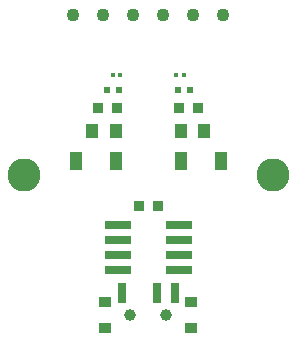
<source format=gts>
G75*
%MOIN*%
%OFA0B0*%
%FSLAX24Y24*%
%IPPOS*%
%LPD*%
%AMOC8*
5,1,8,0,0,1.08239X$1,22.5*
%
%ADD10C,0.1103*%
%ADD11C,0.0434*%
%ADD12R,0.0434X0.0473*%
%ADD13R,0.0355X0.0355*%
%ADD14R,0.0237X0.0237*%
%ADD15R,0.0158X0.0158*%
%ADD16R,0.0434X0.0591*%
%ADD17C,0.0394*%
%ADD18R,0.0316X0.0670*%
%ADD19R,0.0434X0.0355*%
%ADD20R,0.0906X0.0276*%
D10*
X002285Y005912D03*
X010592Y005912D03*
D11*
X008939Y011252D03*
X007939Y011252D03*
X006939Y011252D03*
X005939Y011252D03*
X004939Y011252D03*
X003939Y011252D03*
D12*
X004570Y007377D03*
X005358Y007377D03*
X007519Y007377D03*
X008307Y007377D03*
D13*
X008110Y008127D03*
X007480Y008127D03*
X005397Y008127D03*
X004767Y008127D03*
X006124Y004877D03*
X006754Y004877D03*
D14*
X007421Y008752D03*
X007815Y008752D03*
X005456Y008752D03*
X005063Y008752D03*
D15*
X005259Y009252D03*
X005496Y009252D03*
X007381Y009252D03*
X007618Y009252D03*
D16*
X007519Y006377D03*
X008858Y006377D03*
X005358Y006377D03*
X004019Y006377D03*
D17*
X005848Y001252D03*
X007029Y001252D03*
D18*
X006734Y001961D03*
X007324Y001961D03*
X005553Y001961D03*
D19*
X005002Y000819D03*
X005002Y001685D03*
X007876Y001685D03*
X007876Y000819D03*
D20*
X007462Y002752D03*
X007462Y003252D03*
X007462Y003752D03*
X007462Y004252D03*
X005415Y004252D03*
X005415Y003752D03*
X005415Y003252D03*
X005415Y002752D03*
M02*

</source>
